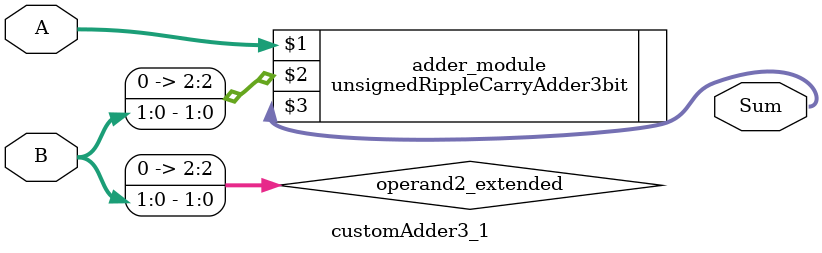
<source format=v>

module customAdder3_1(
                    input [2 : 0] A,
                    input [1 : 0] B,
                    
                    output [3 : 0] Sum
            );

    wire [2 : 0] operand2_extended;
    
    assign operand2_extended =  {1'b0, B};
    
    unsignedRippleCarryAdder3bit adder_module(
        A,
        operand2_extended,
        Sum
    );
    
endmodule
        
</source>
